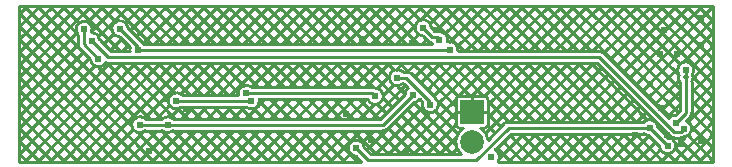
<source format=gbl>
G04 Layer: BottomLayer*
G04 EasyEDA Pro v2.2.45.4, 2026-01-24 23:10:09*
G04 Gerber Generator version 0.3*
G04 Scale: 100 percent, Rotated: No, Reflected: No*
G04 Dimensions in millimeters*
G04 Leading zeros omitted, absolute positions, 4 integers and 5 decimals*
G04 Generated by one-click*
%FSLAX45Y45*%
%MOMM*%
%ADD10C,0.254*%
%ADD11R,2.0X2.0*%
%ADD12C,2.0*%
%ADD13C,0.5*%
%ADD14C,0.61*%
%ADD15C,0.9523*%
G75*

G54D10*

G04 Copper Start*
G01X10642600Y2679954D02*
G01X8820520Y2679954D01*
G03X8793459Y2779550I-57520J37846D01*
G01X8928953Y2915044D01*
G01X10055406Y2915044D01*
G03X10098173Y2897329I46199J51054D01*
G01X10185237Y2810265D01*
G03X10302693Y2765011I68768J3433D01*
G03X10257438Y2882466I-48687J48687D01*
G01X10170374Y2969531D01*
G03X10055406Y3017152I-68768J-3433D01*
G01X8907805Y3017152D01*
G03X8871705Y3002198I0J-51054D01*
G01X8734737Y2865231D01*
G03X8673846Y2960446I-136837J-20431D01*
G01X8697900Y2960446D01*
G03X8736254Y2998800I0J38354D01*
G01X8736254Y3198800D01*
G03X8697900Y3237154I-38354J0D01*
G01X8497900Y3237154D01*
G03X8459546Y3198800I0J-38354D01*
G01X8459546Y2998800D01*
G03X8497900Y2960446I38354J0D01*
G01X8521954Y2960446D01*
G03X8503715Y2743454I75946J-115646D01*
G01X7740855Y2743454D01*
G01X7686876Y2797433D01*
G03X7569421Y2842687I-68768J-3433D01*
G03X7614675Y2725232I48687J-48687D01*
G01X7659952Y2679954D01*
G01X4762500Y2679954D01*
G01X4762500Y4000246D01*
G01X10642600Y4000246D01*
G01X10642600Y2679954D01*
G01X10271171Y2896418D02*
G03X10307271Y2881465I36101J36101D01*
G01X10365897Y2881465D01*
G03X10392722Y2889080I0J51054D01*
G03X10459346Y2947415I-1424J68839D01*
G03X10413412Y3023125I-68048J10504D01*
G01X10443460Y3053172D01*
G03X10458413Y3089273I-36101J36101D01*
G01X10458413Y3356560D01*
G03X10465373Y3419530I-51054J37513D01*
G03X10407359Y3525468I-58014J37084D01*
G03X10349345Y3419530I0J-68854D01*
G03X10356305Y3356560I58014J-25457D01*
G01X10356305Y3110420D01*
G01X10320844Y3074959D01*
G03X10267236Y3044755I3433J-68768D01*
G01X9712106Y3599886D01*
G03X9676005Y3614839I-36101J-36101D01*
G01X8479401Y3614839D01*
G03X8388815Y3691206I-67912J11354D01*
G03X8321771Y3780266I-65819J20216D01*
G03X8300618Y3784854I-21153J-46466D01*
G01X8283666Y3784854D01*
G01X8252064Y3816455D01*
G03X8134609Y3861710I-68768J-3433D01*
G03X8179863Y3744254I48687J-48687D01*
G01X8226418Y3697699D01*
G03X8260377Y3682791I36101J36101D01*
G03X8263222Y3677247I62619J28632D01*
G01X5816089Y3677247D01*
G03X5811688Y3680908I-46199J-51054D01*
G03X5805990Y3687694I-41799J-29315D01*
G01X5686258Y3807426D01*
G03X5568802Y3852680I-68768J-3433D01*
G03X5614057Y3735224I48687J-48687D01*
G01X5703794Y3645487D01*
G03X5701978Y3614839I66095J-19294D01*
G01X5539379Y3614839D01*
G01X5446482Y3707736D01*
G03X5377719Y3773157I-68768J-3433D01*
G03X5301613Y3866480I-63937J25553D01*
G03X5262728Y3752510I12168J-67770D01*
G01X5262728Y3671710D01*
G03X5277681Y3635609I51054J0D01*
G01X5366730Y3546560D01*
G03X5420520Y3482788I68768J3433D01*
G03X5496300Y3517682I14979J67205D01*
G03X5518231Y3512731I21931J46104D01*
G01X9654858Y3512731D01*
G01X10271171Y2896418D01*
G01X8030022Y3248931D02*
G01X7823643Y3042552D01*
G01X6067815Y3042552D01*
G03X5975417Y3042552I-46199J-51054D01*
G01X5831379Y3042552D01*
G03X5716326Y2991498I-46199J-51054D01*
G03X5831379Y2940444I68854J0D01*
G01X5975417Y2940444D01*
G03X6067815Y2940444I46199J51054D01*
G01X7844790Y2940444D01*
G03X7880891Y2955397I0J51054D01*
G01X8102223Y3176729D01*
G03X8154773Y3205413I-3433J68768D01*
G01X8179202Y3180985D01*
G03X8266774Y3096271I66095J-19294D01*
G03X8287096Y3216406I-21477J65419D01*
G03X8281398Y3223191I-41799J-29315D01*
G01X8078198Y3426391D01*
G03X8042097Y3441344I-36101J-36101D01*
G01X8012096Y3441344D01*
G03X7897043Y3390290I-46199J-51054D01*
G03X8012096Y3339236I68854J0D01*
G01X8020950Y3339236D01*
G01X8058705Y3301481D01*
G03X8030022Y3248931I40085J-55983D01*
G01X6141107Y3243847D02*
G03X6026054Y3192793I-46199J-51054D01*
G03X6141107Y3141739I68854J0D01*
G01X6683709Y3141739D01*
G03X6763922Y3132927I46199J51054D01*
G03X6797415Y3206344I-34014J59866D01*
G01X7715311Y3206344D01*
G03X7835846Y3192845I63896J25654D01*
G03X7780631Y3300837I-56639J39153D01*
G03X7753807Y3308452I-26824J-43439D01*
G01X6733206Y3308452D01*
G03X6652993Y3317263I-46199J-51054D01*
G03X6619500Y3243847I34014J-59866D01*
G01X6141107Y3243847D01*
G01X4762500Y3931585D02*
G01X4831161Y4000246D01*
G01X4762500Y3823822D02*
G01X4938924Y4000246D01*
G01X4762500Y3716058D02*
G01X5046688Y4000246D01*
G01X4762500Y3608295D02*
G01X5154451Y4000246D01*
G01X4762500Y3500532D02*
G01X5262214Y4000246D01*
G01X4762500Y3392769D02*
G01X5369977Y4000246D01*
G01X4762500Y3285006D02*
G01X5250077Y3772583D01*
G01X5339908Y3862414D02*
G01X5477740Y4000246D01*
G01X4762500Y3177243D02*
G01X5262728Y3677471D01*
G01X5382623Y3797366D02*
G01X5585503Y4000246D01*
G01X4762500Y3069480D02*
G01X5303155Y3610135D01*
G01X5435208Y3742188D02*
G01X5693266Y4000246D01*
G01X4762500Y2961717D02*
G01X5357037Y3556254D01*
G01X5477500Y3676717D02*
G01X5562862Y3762079D01*
G01X5659403Y3858620D02*
G01X5801029Y4000246D01*
G01X4762500Y2853954D02*
G01X5399714Y3491168D01*
G01X5531382Y3622836D02*
G01X5628914Y3720367D01*
G01X5701115Y3792569D02*
G01X5908792Y4000246D01*
G01X4762500Y2746191D02*
G01X5529040Y3512731D01*
G01X5631148Y3614839D02*
G01X5682795Y3666486D01*
G01X5754996Y3738687D02*
G01X6016555Y4000246D01*
G01X4804026Y2679954D02*
G01X5636803Y3512731D01*
G01X5808762Y3684690D02*
G01X6124318Y4000246D01*
G01X4911789Y2679954D02*
G01X5744566Y3512731D01*
G01X5909082Y3677247D02*
G01X6232081Y4000246D01*
G01X5019552Y2679954D02*
G01X5852329Y3512731D01*
G01X6016845Y3677247D02*
G01X6339844Y4000246D01*
G01X5127315Y2679954D02*
G01X5960093Y3512731D01*
G01X6124608Y3677247D02*
G01X6447607Y4000246D01*
G01X5235079Y2679954D02*
G01X6067856Y3512731D01*
G01X6232371Y3677247D02*
G01X6555371Y4000246D01*
G01X5342842Y2679954D02*
G01X6175619Y3512731D01*
G01X6340135Y3677247D02*
G01X6663134Y4000246D01*
G01X5450605Y2679954D02*
G01X5726359Y2955708D01*
G01X5820970Y3050319D02*
G01X6283382Y3512731D01*
G01X6447898Y3677247D02*
G01X6770897Y4000246D01*
G01X5558368Y2679954D02*
G01X5803554Y2925141D01*
G01X5920965Y3042552D02*
G01X6035834Y3157420D01*
G01X6130280Y3251866D02*
G01X6391145Y3512731D01*
G01X6555661Y3677247D02*
G01X6878660Y4000246D01*
G01X5666131Y2679954D02*
G01X5926621Y2940444D01*
G01X6043093Y3056916D02*
G01X6112365Y3126189D01*
G01X6230024Y3243847D02*
G01X6498908Y3512731D01*
G01X6663424Y3677247D02*
G01X6986423Y4000246D01*
G01X5773894Y2679954D02*
G01X6016755Y2922815D01*
G01X6136492Y3042552D02*
G01X6235679Y3141739D01*
G01X6337787Y3243847D02*
G01X6606671Y3512731D01*
G01X6771187Y3677247D02*
G01X7094186Y4000246D01*
G01X5881657Y2679954D02*
G01X6142147Y2940444D01*
G01X6244255Y3042552D02*
G01X6343442Y3141739D01*
G01X6445550Y3243847D02*
G01X6714434Y3512731D01*
G01X6878950Y3677247D02*
G01X7201949Y4000246D01*
G01X5989420Y2679954D02*
G01X6249910Y2940444D01*
G01X6352018Y3042552D02*
G01X6451205Y3141739D01*
G01X6553313Y3243847D02*
G01X6822197Y3512731D01*
G01X6986713Y3677247D02*
G01X7309712Y4000246D01*
G01X6097183Y2679954D02*
G01X6357673Y2940444D01*
G01X6459781Y3042552D02*
G01X6558968Y3141739D01*
G01X6729109Y3311880D02*
G01X6929960Y3512731D01*
G01X7094476Y3677247D02*
G01X7417475Y4000246D01*
G01X6204946Y2679954D02*
G01X6465436Y2940444D01*
G01X6567544Y3042552D02*
G01X6666731Y3141739D01*
G01X6833444Y3308452D02*
G01X7037723Y3512731D01*
G01X7202239Y3677247D02*
G01X7525238Y4000246D01*
G01X6312709Y2679954D02*
G01X6573199Y2940444D01*
G01X6675307Y3042552D02*
G01X6768580Y3135825D01*
G01X6786876Y3154120D02*
G01X6839099Y3206344D01*
G01X6941207Y3308452D02*
G01X7145486Y3512731D01*
G01X7310002Y3677247D02*
G01X7633001Y4000246D01*
G01X6420472Y2679954D02*
G01X6680962Y2940444D01*
G01X6783070Y3042552D02*
G01X6946862Y3206344D01*
G01X7048970Y3308452D02*
G01X7253249Y3512731D01*
G01X7417765Y3677247D02*
G01X7740764Y4000246D01*
G01X6528235Y2679954D02*
G01X6788725Y2940444D01*
G01X6890833Y3042552D02*
G01X7054625Y3206344D01*
G01X7156733Y3308452D02*
G01X7361013Y3512731D01*
G01X7525528Y3677247D02*
G01X7848527Y4000246D01*
G01X6635998Y2679954D02*
G01X6896488Y2940444D01*
G01X6998596Y3042552D02*
G01X7162388Y3206344D01*
G01X7264496Y3308452D02*
G01X7468776Y3512731D01*
G01X7633291Y3677247D02*
G01X7956290Y4000246D01*
G01X6743762Y2679954D02*
G01X7004251Y2940444D01*
G01X7106359Y3042552D02*
G01X7270151Y3206344D01*
G01X7372259Y3308452D02*
G01X7576539Y3512731D01*
G01X7741054Y3677247D02*
G01X8064054Y4000246D01*
G01X6851525Y2679954D02*
G01X7112014Y2940444D01*
G01X7214122Y3042552D02*
G01X7377914Y3206344D01*
G01X7480022Y3308452D02*
G01X7684302Y3512731D01*
G01X7848818Y3677247D02*
G01X8171817Y4000246D01*
G01X6959288Y2679954D02*
G01X7219777Y2940444D01*
G01X7321885Y3042552D02*
G01X7485677Y3206344D01*
G01X7587785Y3308452D02*
G01X7792065Y3512731D01*
G01X7956581Y3677247D02*
G01X8120421Y3841087D01*
G01X8155231Y3875898D02*
G01X8279580Y4000246D01*
G01X7067051Y2679954D02*
G01X7327540Y2940444D01*
G01X7429648Y3042552D02*
G01X7593440Y3206344D01*
G01X7695548Y3308452D02*
G01X7899828Y3512731D01*
G01X8064344Y3677247D02*
G01X8143753Y3756656D01*
G01X8239663Y3852566D02*
G01X8387343Y4000246D01*
G01X7174814Y2679954D02*
G01X7435304Y2940444D01*
G01X7537412Y3042552D02*
G01X7701203Y3206344D01*
G01X7794085Y3299225D02*
G01X7898313Y3403453D01*
G01X7952734Y3457875D02*
G01X8007591Y3512731D01*
G01X8172107Y3677247D02*
G01X8209489Y3714629D01*
G01X8281690Y3786830D02*
G01X8495106Y4000246D01*
G01X7282577Y2679954D02*
G01X7543067Y2940444D01*
G01X7645175Y3042552D02*
G01X7766879Y3164256D01*
G01X7846949Y3244326D02*
G01X7932629Y3330007D01*
G01X8043934Y3441311D02*
G01X8115354Y3512731D01*
G01X8367002Y3764379D02*
G01X8602869Y4000246D01*
G01X7390340Y2679954D02*
G01X7650830Y2940444D01*
G01X7752938Y3042552D02*
G01X8035286Y3324900D01*
G01X8107487Y3397101D02*
G01X8223117Y3512731D01*
G01X8405140Y3694754D02*
G01X8710632Y4000246D01*
G01X7498103Y2679954D02*
G01X7566532Y2748383D01*
G01X7663724Y2845575D02*
G01X7758593Y2940444D01*
G01X8161369Y3343220D02*
G01X8330880Y3512731D01*
G01X8473748Y3655599D02*
G01X8818395Y4000246D01*
G01X7605866Y2679954D02*
G01X7632909Y2706997D01*
G01X7705111Y2779198D02*
G01X8102665Y3176753D01*
G01X8215251Y3289338D02*
G01X8438643Y3512731D01*
G01X8540751Y3614839D02*
G01X8926158Y4000246D01*
G01X7777129Y2743454D02*
G01X8178532Y3144857D01*
G01X8269132Y3235457D02*
G01X8546406Y3512731D01*
G01X8648514Y3614839D02*
G01X9033921Y4000246D01*
G01X7884892Y2743454D02*
G01X8235043Y3093604D01*
G01X8313383Y3171945D02*
G01X8654169Y3512731D01*
G01X8756277Y3614839D02*
G01X9141684Y4000246D01*
G01X7992655Y2743454D02*
G01X8462319Y3213117D01*
G01X8483583Y3234381D02*
G01X8761932Y3512731D01*
G01X8864040Y3614839D02*
G01X9249447Y4000246D01*
G01X8100418Y2743454D02*
G01X8459546Y3102582D01*
G01X8594118Y3237154D02*
G01X8869696Y3512731D01*
G01X8971804Y3614839D02*
G01X9357210Y4000246D01*
G01X8208182Y2743454D02*
G01X8459734Y2995007D01*
G01X8701693Y3236966D02*
G01X8977459Y3512731D01*
G01X9079567Y3614839D02*
G01X9464974Y4000246D01*
G01X8315945Y2743454D02*
G01X8469966Y2897476D01*
G01X8736254Y3163763D02*
G01X9085222Y3512731D01*
G01X9187330Y3614839D02*
G01X9572737Y4000246D01*
G01X8423708Y2743454D02*
G01X8470679Y2790425D01*
G01X8736254Y3056000D02*
G01X9192985Y3512731D01*
G01X9295093Y3614839D02*
G01X9680500Y4000246D01*
G01X8711619Y2923602D02*
G01X9300748Y3512731D01*
G01X9402856Y3614839D02*
G01X9788263Y4000246D01*
G01X8912932Y3017152D02*
G01X9408511Y3512731D01*
G01X9510619Y3614839D02*
G01X9896026Y4000246D01*
G01X9020695Y3017152D02*
G01X9516274Y3512731D01*
G01X9618382Y3614839D02*
G01X10003789Y4000246D01*
G01X8831801Y2720495D02*
G01X9026350Y2915044D01*
G01X9128458Y3017152D02*
G01X9624037Y3512731D01*
G01X9711646Y3600340D02*
G01X10111552Y4000246D01*
G01X8899023Y2679954D02*
G01X9134113Y2915044D01*
G01X9236221Y3017152D02*
G01X9693329Y3474260D01*
G01X9765530Y3546461D02*
G01X10219315Y4000246D01*
G01X9006786Y2679954D02*
G01X9241876Y2915044D01*
G01X9343984Y3017152D02*
G01X9747211Y3420378D01*
G01X9819412Y3492580D02*
G01X10327078Y4000246D01*
G01X9114549Y2679954D02*
G01X9349639Y2915044D01*
G01X9451747Y3017152D02*
G01X9801092Y3366497D01*
G01X9873293Y3438698D02*
G01X10434841Y4000246D01*
G01X9222312Y2679954D02*
G01X9457402Y2915044D01*
G01X9559510Y3017152D02*
G01X9854974Y3312615D01*
G01X9927175Y3384817D02*
G01X10542604Y4000246D01*
G01X9330075Y2679954D02*
G01X9565165Y2915044D01*
G01X9667273Y3017152D02*
G01X9908855Y3258734D01*
G01X9981056Y3330935D02*
G01X10642600Y3992479D01*
G01X9437838Y2679954D02*
G01X9672928Y2915044D01*
G01X9775036Y3017152D02*
G01X9962737Y3204852D01*
G01X10034938Y3277054D02*
G01X10642600Y3884716D01*
G01X9545601Y2679954D02*
G01X9780691Y2915044D01*
G01X9882799Y3017152D02*
G01X10016618Y3150971D01*
G01X10088820Y3223172D02*
G01X10341145Y3475498D01*
G01X10388476Y3522828D02*
G01X10642600Y3776953D01*
G01X9653365Y2679954D02*
G01X9888454Y2915044D01*
G01X9990562Y3017152D02*
G01X10070500Y3097089D01*
G01X10142701Y3169291D02*
G01X10347305Y3373894D01*
G01X10466042Y3492631D02*
G01X10642600Y3669189D01*
G01X9761128Y2679954D02*
G01X9996217Y2915044D01*
G01X10114841Y3033668D02*
G01X10124381Y3043208D01*
G01X10196583Y3115409D02*
G01X10356305Y3275132D01*
G01X10470538Y3389364D02*
G01X10642600Y3561426D01*
G01X9868891Y2679954D02*
G01X10087616Y2898680D01*
G01X10169023Y2980087D02*
G01X10178263Y2989326D01*
G01X10250464Y3061527D02*
G01X10356305Y3167368D01*
G01X10458413Y3269476D02*
G01X10642600Y3453663D01*
G01X9976654Y2679954D02*
G01X10146101Y2849401D01*
G01X10218302Y2921602D02*
G01X10232144Y2935445D01*
G01X10458413Y3161713D02*
G01X10642600Y3345900D01*
G01X10084417Y2679954D02*
G01X10190815Y2786352D01*
G01X10281351Y2876889D02*
G01X10289224Y2884761D01*
G01X10423331Y3018868D02*
G01X10642600Y3238137D01*
G01X10192180Y2679954D02*
G01X10257141Y2744915D01*
G01X10322788Y2810562D02*
G01X10402152Y2889926D01*
G01X10459291Y2947065D02*
G01X10642600Y3130374D01*
G01X10299943Y2679954D02*
G01X10642600Y3022611D01*
G01X10407706Y2679954D02*
G01X10642600Y2914848D01*
G01X10515469Y2679954D02*
G01X10642600Y2807085D01*
G01X10623232Y2679954D02*
G01X10642600Y2699322D01*
G01X4762500Y2748615D02*
G01X4831161Y2679954D01*
G01X4762500Y2856378D02*
G01X4938924Y2679954D01*
G01X4762500Y2964142D02*
G01X5046688Y2679954D01*
G01X4762500Y3071905D02*
G01X5154451Y2679954D01*
G01X4762500Y3179668D02*
G01X5262214Y2679954D01*
G01X4762500Y3287431D02*
G01X5369977Y2679954D01*
G01X4762500Y3395194D02*
G01X5477740Y2679954D01*
G01X4762500Y3502957D02*
G01X5585503Y2679954D01*
G01X4762500Y3610720D02*
G01X5693266Y2679954D01*
G01X4762500Y3718483D02*
G01X5801029Y2679954D01*
G01X4762500Y3826246D02*
G01X5908792Y2679954D01*
G01X4762500Y3934009D02*
G01X5717461Y2979048D01*
G01X5772731Y2923778D02*
G01X6016555Y2679954D01*
G01X4804026Y4000246D02*
G01X5752286Y3051986D01*
G01X5863829Y2940444D02*
G01X6124318Y2679954D01*
G01X4911789Y4000246D02*
G01X5366810Y3545226D01*
G01X5430731Y3481304D02*
G01X5869484Y3042552D01*
G01X5971592Y2940444D02*
G01X6232081Y2679954D01*
G01X5019552Y4000246D02*
G01X5252520Y3767278D01*
G01X5505439Y3514360D02*
G01X5976386Y3043412D01*
G01X6079355Y2940444D02*
G01X6339844Y2679954D01*
G01X5127315Y4000246D02*
G01X5273216Y3854345D01*
G01X5614830Y3512731D02*
G01X6085010Y3042552D01*
G01X6187118Y2940444D02*
G01X6447607Y2679954D01*
G01X5235079Y4000246D02*
G01X5620485Y3614839D01*
G01X5722593Y3512731D02*
G01X6027676Y3207649D01*
G01X6109764Y3125560D02*
G01X6192773Y3042552D01*
G01X6294881Y2940444D02*
G01X6555371Y2679954D01*
G01X5342842Y4000246D02*
G01X5549413Y3793675D01*
G01X5607171Y3735916D02*
G01X5702547Y3640541D01*
G01X5830357Y3512731D02*
G01X6082558Y3260530D01*
G01X6201349Y3141739D02*
G01X6300536Y3042552D01*
G01X6402644Y2940444D02*
G01X6663134Y2679954D01*
G01X5450605Y4000246D02*
G01X5585754Y3865097D01*
G01X5938120Y3512731D02*
G01X6207004Y3243847D01*
G01X6309112Y3141739D02*
G01X6408299Y3042552D01*
G01X6510407Y2940444D02*
G01X6770897Y2679954D01*
G01X5558368Y4000246D02*
G01X5881367Y3677247D01*
G01X6045883Y3512731D02*
G01X6314767Y3243847D01*
G01X6416875Y3141739D02*
G01X6516062Y3042552D01*
G01X6618170Y2940444D02*
G01X6878660Y2679954D01*
G01X5666131Y4000246D02*
G01X5989130Y3677247D01*
G01X6153646Y3512731D02*
G01X6422530Y3243847D01*
G01X6524638Y3141739D02*
G01X6623825Y3042552D01*
G01X6725933Y2940444D02*
G01X6986423Y2679954D01*
G01X5773894Y4000246D02*
G01X6096893Y3677247D01*
G01X6261409Y3512731D02*
G01X6530293Y3243847D01*
G01X6632401Y3141739D02*
G01X6731588Y3042552D01*
G01X6833696Y2940444D02*
G01X7094186Y2679954D01*
G01X5881657Y4000246D02*
G01X6204656Y3677247D01*
G01X6369172Y3512731D02*
G01X6618422Y3263481D01*
G01X6753717Y3128186D02*
G01X6839351Y3042552D01*
G01X6941459Y2940444D02*
G01X7201949Y2679954D01*
G01X5989420Y4000246D02*
G01X6312419Y3677247D01*
G01X6476935Y3512731D02*
G01X6666530Y3323136D01*
G01X6798737Y3190929D02*
G01X6947114Y3042552D01*
G01X7049222Y2940444D02*
G01X7309712Y2679954D01*
G01X6097183Y4000246D02*
G01X6420182Y3677247D01*
G01X6584698Y3512731D02*
G01X6788978Y3308452D01*
G01X6891086Y3206344D02*
G01X7054877Y3042552D01*
G01X7156985Y2940444D02*
G01X7417475Y2679954D01*
G01X6204946Y4000246D02*
G01X6527945Y3677247D01*
G01X6692461Y3512731D02*
G01X6896741Y3308452D01*
G01X6998849Y3206344D02*
G01X7162641Y3042552D01*
G01X7264749Y2940444D02*
G01X7525238Y2679954D01*
G01X6312709Y4000246D02*
G01X6635708Y3677247D01*
G01X6800224Y3512731D02*
G01X7004504Y3308452D01*
G01X7106612Y3206344D02*
G01X7270404Y3042552D01*
G01X7372512Y2940444D02*
G01X7633001Y2679954D01*
G01X6420472Y4000246D02*
G01X6743471Y3677247D01*
G01X6907987Y3512731D02*
G01X7112267Y3308452D01*
G01X7214375Y3206344D02*
G01X7378167Y3042552D01*
G01X7480275Y2940444D02*
G01X7573917Y2846802D01*
G01X6528235Y4000246D02*
G01X6851235Y3677247D01*
G01X7015750Y3512731D02*
G01X7220030Y3308452D01*
G01X7322138Y3206344D02*
G01X7485930Y3042552D01*
G01X7588038Y2940444D02*
G01X7785027Y2743454D01*
G01X6635998Y4000246D02*
G01X6958998Y3677247D01*
G01X7123513Y3512731D02*
G01X7327793Y3308452D01*
G01X7429901Y3206344D02*
G01X7593693Y3042552D01*
G01X7695801Y2940444D02*
G01X7892790Y2743454D01*
G01X6743762Y4000246D02*
G01X7066761Y3677247D01*
G01X7231276Y3512731D02*
G01X7435556Y3308452D01*
G01X7537664Y3206344D02*
G01X7701456Y3042552D01*
G01X7803564Y2940444D02*
G01X8000554Y2743454D01*
G01X6851525Y4000246D02*
G01X7174524Y3677247D01*
G01X7339040Y3512731D02*
G01X7543319Y3308452D01*
G01X7645427Y3206344D02*
G01X7809219Y3042552D01*
G01X7888632Y2963139D02*
G01X8108317Y2743454D01*
G01X6959288Y4000246D02*
G01X7282287Y3677247D01*
G01X7446803Y3512731D02*
G01X7651082Y3308452D01*
G01X7794639Y3164895D02*
G01X7870312Y3089221D01*
G01X7942514Y3017020D02*
G01X8216080Y2743454D01*
G01X7067051Y4000246D02*
G01X7390050Y3677247D01*
G01X7554566Y3512731D02*
G01X7759123Y3308174D01*
G01X7847051Y3220246D02*
G01X7924194Y3143103D01*
G01X7996395Y3070902D02*
G01X8323843Y2743454D01*
G01X7174814Y4000246D02*
G01X7497813Y3677247D01*
G01X7662329Y3512731D02*
G01X7978075Y3196984D01*
G01X8050277Y3124783D02*
G01X8431606Y2743454D01*
G01X7282577Y4000246D02*
G01X7605576Y3677247D01*
G01X7770092Y3512731D02*
G01X7897202Y3385621D01*
G01X7961228Y3321595D02*
G01X8030296Y3252527D01*
G01X8105820Y3177003D02*
G01X8461564Y2821259D01*
G01X7390340Y4000246D02*
G01X7713339Y3677247D01*
G01X7877855Y3512731D02*
G01X7937548Y3453038D01*
G01X8285088Y3105498D02*
G01X8477546Y2913040D01*
G01X7498103Y4000246D02*
G01X7821102Y3677247D01*
G01X7985618Y3512731D02*
G01X8060397Y3437952D01*
G01X8307822Y3190527D02*
G01X8459546Y3038803D01*
G01X7605866Y4000246D02*
G01X7928865Y3677247D01*
G01X8093381Y3512731D02*
G01X8459546Y3146566D01*
G01X8733411Y2872701D02*
G01X8737809Y2868303D01*
G01X8810011Y2796102D02*
G01X8926158Y2679954D01*
G01X7713629Y4000246D02*
G01X8036628Y3677247D01*
G01X8201144Y3512731D02*
G01X8480763Y3233112D01*
G01X8732212Y2981663D02*
G01X8791691Y2922184D01*
G01X8863892Y2849983D02*
G01X9033921Y2679954D01*
G01X7821392Y4000246D02*
G01X8144391Y3677247D01*
G01X8308907Y3512731D02*
G01X8584485Y3237154D01*
G01X8736254Y3085385D02*
G01X8845572Y2976066D01*
G01X8917774Y2903865D02*
G01X9141684Y2679954D01*
G01X7929155Y4000246D02*
G01X8114468Y3814933D01*
G01X8242617Y3686785D02*
G01X8252154Y3677247D01*
G01X8416670Y3512731D02*
G01X8692248Y3237154D01*
G01X8736254Y3193148D02*
G01X8912250Y3017152D01*
G01X9014358Y2915044D02*
G01X9249447Y2679954D01*
G01X8036918Y4000246D02*
G01X8159522Y3877642D01*
G01X8524433Y3512731D02*
G01X9020013Y3017152D01*
G01X9122121Y2915044D02*
G01X9357210Y2679954D01*
G01X8144682Y4000246D02*
G01X8530088Y3614839D01*
G01X8632196Y3512731D02*
G01X9127776Y3017152D01*
G01X9229884Y2915044D02*
G01X9464974Y2679954D01*
G01X8252445Y4000246D02*
G01X8637851Y3614839D01*
G01X8739959Y3512731D02*
G01X9235539Y3017152D01*
G01X9337647Y2915044D02*
G01X9572737Y2679954D01*
G01X8360208Y4000246D02*
G01X8745615Y3614839D01*
G01X8847723Y3512731D02*
G01X9343302Y3017152D01*
G01X9445410Y2915044D02*
G01X9680500Y2679954D01*
G01X8467971Y4000246D02*
G01X8853378Y3614839D01*
G01X8955486Y3512731D02*
G01X9451065Y3017152D01*
G01X9553173Y2915044D02*
G01X9788263Y2679954D01*
G01X8575734Y4000246D02*
G01X8961141Y3614839D01*
G01X9063249Y3512731D02*
G01X9558828Y3017152D01*
G01X9660936Y2915044D02*
G01X9896026Y2679954D01*
G01X8683497Y4000246D02*
G01X9068904Y3614839D01*
G01X9171012Y3512731D02*
G01X9666591Y3017152D01*
G01X9768699Y2915044D02*
G01X10003789Y2679954D01*
G01X8791260Y4000246D02*
G01X9176667Y3614839D01*
G01X9278775Y3512731D02*
G01X9774354Y3017152D01*
G01X9876462Y2915044D02*
G01X10111552Y2679954D01*
G01X8899023Y4000246D02*
G01X9284430Y3614839D01*
G01X9386538Y3512731D02*
G01X9882117Y3017152D01*
G01X9984225Y2915044D02*
G01X10219315Y2679954D01*
G01X9006786Y4000246D02*
G01X9392193Y3614839D01*
G01X9494301Y3512731D02*
G01X9989880Y3017152D01*
G01X10261751Y2745281D02*
G01X10327078Y2679954D01*
G01X9114549Y4000246D02*
G01X9499956Y3614839D01*
G01X9602064Y3512731D02*
G01X10082537Y3032259D01*
G01X10320166Y2794629D02*
G01X10434841Y2679954D01*
G01X9222312Y4000246D02*
G01X9607719Y3614839D01*
G01X10341093Y2881465D02*
G01X10542604Y2679954D01*
G01X9330075Y4000246D02*
G01X10275517Y3054805D01*
G01X10429612Y2900710D02*
G01X10642600Y2687721D01*
G01X9437838Y4000246D02*
G01X10341985Y3096100D01*
G01X10414186Y3023899D02*
G01X10415830Y3022254D01*
G01X10455633Y2982452D02*
G01X10642600Y2795484D01*
G01X9545601Y4000246D02*
G01X10356305Y3189542D01*
G01X10458381Y3087466D02*
G01X10642600Y2903247D01*
G01X9653365Y4000246D02*
G01X10356305Y3297305D01*
G01X10458413Y3195197D02*
G01X10642600Y3011011D01*
G01X9761128Y4000246D02*
G01X10347259Y3414115D01*
G01X10458413Y3302960D02*
G01X10642600Y3118774D01*
G01X9868891Y4000246D02*
G01X10361322Y3507815D01*
G01X10470552Y3398584D02*
G01X10642600Y3226537D01*
G01X9976654Y4000246D02*
G01X10642600Y3334300D01*
G01X10084417Y4000246D02*
G01X10642600Y3442063D01*
G01X10192180Y4000246D02*
G01X10642600Y3549826D01*
G01X10299943Y4000246D02*
G01X10642600Y3657589D01*
G01X10407706Y4000246D02*
G01X10642600Y3765352D01*
G01X10515469Y4000246D02*
G01X10642600Y3873115D01*
G01X10623232Y4000246D02*
G01X10642600Y3980878D01*
G01X8597900Y3198546D02*
G01X8597900Y3224454D01*
G01X8697646Y3098800D02*
G01X8723554Y3098800D01*
G01X8498154Y3098800D02*
G01X8472246Y3098800D01*
G04 Copper End*

G04 Pad Start*
G54D11*
G01X8597900Y3098800D03*
G54D12*
G01X8597900Y2844800D03*
G54D13*
G01X10407359Y3394073D03*
G04 Pad End*

G04 Via Start*
G54D14*
G01X8763000Y2717800D03*
G01X8245297Y3161690D03*
G01X7965897Y3390290D03*
G01X8322996Y3711423D03*
G01X8183296Y3813023D03*
G01X5435498Y3549993D03*
G01X5313782Y3798710D03*
G01X10391297Y2957919D03*
G01X5377713Y3704303D03*
G01X6094908Y3192793D03*
G01X6729908Y3192793D03*
G01X8411489Y3626193D03*
G01X5769889Y3626193D03*
G01X5617489Y3803993D03*
G01X10101605Y2966098D03*
G01X10254005Y2813698D03*
G01X7618108Y2794000D03*
G01X8098790Y3245498D03*
G01X6021616Y2991498D03*
G01X5785180Y2991498D03*
G01X10407359Y3456614D03*
G01X10324277Y3006191D03*
G01X7779207Y3231998D03*
G01X6687007Y3257398D03*
G01X10365897Y2832110D03*
G01X10248900Y2908300D03*
G01X8094374Y3684593D03*
G01X7667839Y3713500D03*
G01X10192466Y3590430D03*
G01X10332166Y3590430D03*
G01X10223500Y3793388D03*
G01X10537088Y2849677D03*
G01X9974847Y2907698D03*
G01X10202184Y3129404D03*
G01X10105390Y3333102D03*
G01X7531100Y3086100D03*
G01X7747000Y2862682D03*
G01X8039100Y2764688D03*
G01X6178702Y3124200D03*
G01X6007100Y3209188D03*
G01X5866308Y2771204D03*
G01X6178699Y3684593D03*
G01X8293100Y3793388D03*
G01X10541000Y3664102D03*
G01X10534802Y3898900D03*
G04 Via End*

G04 Track Start*
G54D10*
G01X8245297Y3161690D02*
G01X8245297Y3187090D01*
G01X8042097Y3390290D01*
G01X7965897Y3390290D01*
G01X5435498Y3549993D02*
G01X5313782Y3671710D01*
G01X5313782Y3798710D01*
G01X10391297Y2957919D02*
G01X10365897Y2932519D01*
G01X5518231Y3563785D02*
G01X5377713Y3704303D01*
G01X6094908Y3192793D02*
G01X6729908Y3192793D01*
G01X5769889Y3626193D02*
G01X5769889Y3651593D01*
G01X5617489Y3803993D01*
G01X10101605Y2966098D02*
G01X10254005Y2813698D01*
G01X10101605Y2966098D02*
G01X8907805Y2966098D01*
G01X8634108Y2692400D01*
G01X7719708Y2692400D01*
G01X7618108Y2794000D01*
G01X8098790Y3245498D02*
G01X7844790Y2991498D01*
G01X6021616Y2991498D01*
G01X5785180Y2991498D01*
G01X10407359Y3456614D02*
G01X10407359Y3394073D01*
G01X10407359Y3089273D01*
G01X10324277Y3006191D01*
G01X7779207Y3231998D02*
G01X7753807Y3257398D01*
G01X6687007Y3257398D01*
G01X10365897Y2932519D02*
G01X10307271Y2932519D01*
G01X9676005Y3563785D01*
G01X5518231Y3563785D01*
G01X8411489Y3626193D02*
G01X5769889Y3626193D01*
G01X8322996Y3711423D02*
G01X8300618Y3733800D01*
G01X8262518Y3733800D01*
G01X8183296Y3813023D01*
G04 Track End*

M02*


</source>
